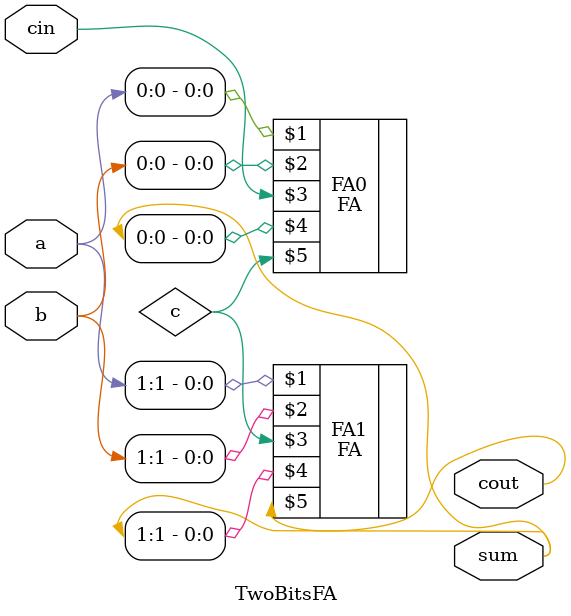
<source format=v>
module TwoBitsFA(input [1:0] a, input [1:0] b, input cin, output [1:0] sum, output cout);
    wire  c;

    FA FA0(a[0], b[0], cin, sum[0], c);
    FA FA1(a[1], b[1], c, sum[1], cout);

endmodule
</source>
